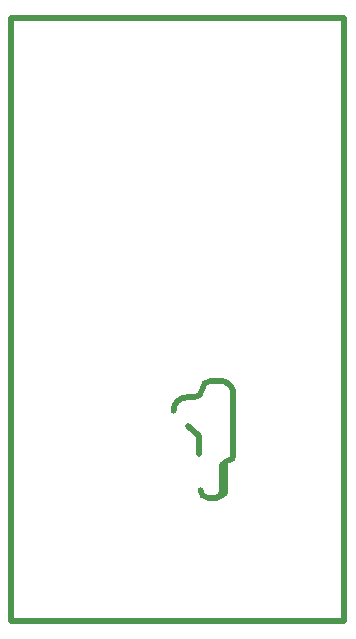
<source format=gko>
G04 start of page 4 for group 2 idx 2 *
G04 Title: (unknown), outline *
G04 Creator: pcb 20140316 *
G04 CreationDate: Mon 16 Nov 2015 12:18:08 PM GMT UTC *
G04 For: fosse *
G04 Format: Gerber/RS-274X *
G04 PCB-Dimensions (mil): 1250.00 2150.00 *
G04 PCB-Coordinate-Origin: lower left *
%MOIN*%
%FSLAX25Y25*%
%LNOUTLINE*%
%ADD39C,0.0300*%
%ADD38C,0.0200*%
G54D38*X116000Y211000D02*Y10000D01*
X79000Y85500D02*Y65000D01*
X5000Y211000D02*X116000D01*
Y10000D02*X5000D01*
X67500Y71500D02*Y65500D01*
G54D39*X75500Y62000D02*Y53000D01*
G54D38*X70500Y51000D02*X73500D01*
X5000Y10000D02*Y211000D01*
X67500Y71500D02*X64000Y75000D01*
X63500Y84500D02*X66000D01*
X71500Y90000D02*X74500D01*
X66000Y84500D02*G75*G03X68500Y87000I0J2500D01*G01*
X71500Y90000D02*G75*G03X68500Y87000I0J-3000D01*G01*
X68000Y53500D02*G75*G03X70500Y51000I2500J0D01*G01*
X73500D02*G75*G03X76000Y53500I0J2500D01*G01*
X73000Y51000D02*G75*G03X75000Y53000I0J2000D01*G01*
X77500Y63500D02*G75*G03X76000Y62000I0J-1500D01*G01*
X77500Y63500D02*G75*G03X79000Y65000I0J1500D01*G01*
X63500Y84500D02*G75*G03X59000Y80000I0J-4500D01*G01*
X79000Y85500D02*G75*G03X74500Y90000I-4500J0D01*G01*
M02*

</source>
